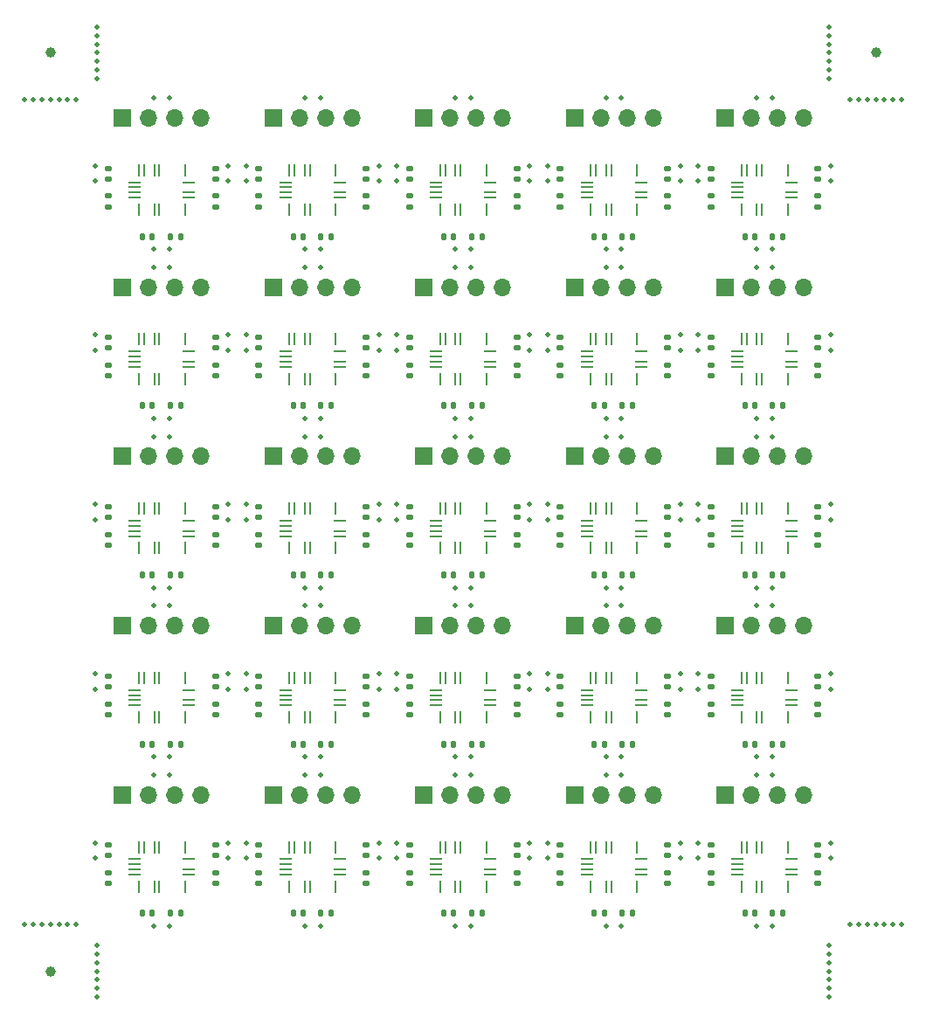
<source format=gbr>
%TF.GenerationSoftware,KiCad,Pcbnew,7.0.6-1.fc38*%
%TF.CreationDate,2023-07-31T16:19:08-04:00*%
%TF.ProjectId,bno085-i2c-board-v4-square-panel,626e6f30-3835-42d6-9932-632d626f6172,rev?*%
%TF.SameCoordinates,Original*%
%TF.FileFunction,Soldermask,Top*%
%TF.FilePolarity,Negative*%
%FSLAX46Y46*%
G04 Gerber Fmt 4.6, Leading zero omitted, Abs format (unit mm)*
G04 Created by KiCad (PCBNEW 7.0.6-1.fc38) date 2023-07-31 16:19:08*
%MOMM*%
%LPD*%
G01*
G04 APERTURE LIST*
G04 Aperture macros list*
%AMRoundRect*
0 Rectangle with rounded corners*
0 $1 Rounding radius*
0 $2 $3 $4 $5 $6 $7 $8 $9 X,Y pos of 4 corners*
0 Add a 4 corners polygon primitive as box body*
4,1,4,$2,$3,$4,$5,$6,$7,$8,$9,$2,$3,0*
0 Add four circle primitives for the rounded corners*
1,1,$1+$1,$2,$3*
1,1,$1+$1,$4,$5*
1,1,$1+$1,$6,$7*
1,1,$1+$1,$8,$9*
0 Add four rect primitives between the rounded corners*
20,1,$1+$1,$2,$3,$4,$5,0*
20,1,$1+$1,$4,$5,$6,$7,0*
20,1,$1+$1,$6,$7,$8,$9,0*
20,1,$1+$1,$8,$9,$2,$3,0*%
G04 Aperture macros list end*
%ADD10C,0.500000*%
%ADD11RoundRect,0.135000X0.185000X-0.135000X0.185000X0.135000X-0.185000X0.135000X-0.185000X-0.135000X0*%
%ADD12C,1.000000*%
%ADD13R,1.700000X1.700000*%
%ADD14O,1.700000X1.700000*%
%ADD15RoundRect,0.135000X-0.185000X0.135000X-0.185000X-0.135000X0.185000X-0.135000X0.185000X0.135000X0*%
%ADD16RoundRect,0.135000X-0.135000X-0.185000X0.135000X-0.185000X0.135000X0.185000X-0.135000X0.185000X0*%
%ADD17R,0.254000X1.175000*%
%ADD18R,1.150000X0.254000*%
%ADD19RoundRect,0.140000X0.140000X0.170000X-0.140000X0.170000X-0.140000X-0.170000X0.140000X-0.170000X0*%
G04 APERTURE END LIST*
D10*
%TO.C,REF\u002A\u002A*%
X56350000Y-6875000D03*
%TD*%
D11*
%TO.C,R5*%
X66500000Y-47510000D03*
X66500000Y-46490000D03*
%TD*%
D10*
%TO.C,REF\u002A\u002A*%
X41750000Y-39675000D03*
%TD*%
D12*
%TO.C,REF\u002A\u002A*%
X2500000Y-2500000D03*
%TD*%
D10*
%TO.C,REF\u002A\u002A*%
X63525000Y-13450000D03*
%TD*%
D11*
%TO.C,R3*%
X51900000Y-66610000D03*
X51900000Y-65590000D03*
%TD*%
D13*
%TO.C,J5*%
X9500000Y-74400000D03*
D14*
X12040000Y-74400000D03*
X14580000Y-74400000D03*
X17120000Y-74400000D03*
%TD*%
D15*
%TO.C,R2*%
X62300000Y-16390000D03*
X62300000Y-17410000D03*
%TD*%
D10*
%TO.C,REF\u002A\u002A*%
X21475284Y-79050005D03*
%TD*%
D16*
%TO.C,R1*%
X43290000Y-20300000D03*
X44310000Y-20300000D03*
%TD*%
D13*
%TO.C,J5*%
X24100000Y-8800000D03*
D14*
X26640000Y-8800000D03*
X29180000Y-8800000D03*
X31720000Y-8800000D03*
%TD*%
D10*
%TO.C,REF\u002A\u002A*%
X27150000Y-39675000D03*
%TD*%
D15*
%TO.C,R2*%
X18500000Y-49190000D03*
X18500000Y-50210000D03*
%TD*%
%TO.C,R2*%
X47700000Y-81990000D03*
X47700000Y-83010000D03*
%TD*%
D16*
%TO.C,R1*%
X14090000Y-69500000D03*
X15110000Y-69500000D03*
%TD*%
D10*
%TO.C,REF\u002A\u002A*%
X41750000Y-87125000D03*
%TD*%
D17*
%TO.C,U1*%
X11062500Y-30275000D03*
D18*
X10687500Y-31437500D03*
X10687500Y-31937500D03*
X10687500Y-32437500D03*
X10687500Y-32937500D03*
D17*
X11062500Y-34100000D03*
X12562500Y-34100000D03*
X13062500Y-34100000D03*
X15562500Y-34100000D03*
D18*
X15937500Y-32937500D03*
X15937500Y-32437500D03*
X15937500Y-31437500D03*
D17*
X15562500Y-30275000D03*
X13062500Y-30275000D03*
X12562500Y-30275000D03*
X11562500Y-30275000D03*
%TD*%
D11*
%TO.C,R5*%
X8100000Y-80310000D03*
X8100000Y-79290000D03*
%TD*%
%TO.C,R4*%
X47700000Y-47510000D03*
X47700000Y-46490000D03*
%TD*%
D15*
%TO.C,R2*%
X47700000Y-32790000D03*
X47700000Y-33810000D03*
%TD*%
D10*
%TO.C,REF\u002A\u002A*%
X27150000Y-23275000D03*
%TD*%
%TO.C,REF\u002A\u002A*%
X6875285Y-46250005D03*
%TD*%
D11*
%TO.C,R3*%
X8100000Y-50210000D03*
X8100000Y-49190000D03*
%TD*%
D10*
%TO.C,REF\u002A\u002A*%
X78000000Y-3333334D03*
%TD*%
D11*
%TO.C,R4*%
X18500000Y-63910000D03*
X18500000Y-62890000D03*
%TD*%
%TO.C,R3*%
X66500000Y-17410000D03*
X66500000Y-16390000D03*
%TD*%
D10*
%TO.C,REF\u002A\u002A*%
X80000000Y-7000000D03*
%TD*%
D13*
%TO.C,J5*%
X67900000Y-74400000D03*
D14*
X70440000Y-74400000D03*
X72980000Y-74400000D03*
X75520000Y-74400000D03*
%TD*%
D17*
%TO.C,U1*%
X11062500Y-79475000D03*
D18*
X10687500Y-80637500D03*
X10687500Y-81137500D03*
X10687500Y-81637500D03*
X10687500Y-82137500D03*
D17*
X11062500Y-83300000D03*
X12562500Y-83300000D03*
X13062500Y-83300000D03*
X15562500Y-83300000D03*
D18*
X15937500Y-82137500D03*
X15937500Y-81637500D03*
X15937500Y-80637500D03*
D17*
X15562500Y-79475000D03*
X13062500Y-79475000D03*
X12562500Y-79475000D03*
X11562500Y-79475000D03*
%TD*%
D10*
%TO.C,REF\u002A\u002A*%
X27150000Y-54325000D03*
%TD*%
%TO.C,REF\u002A\u002A*%
X43250000Y-87125000D03*
%TD*%
%TO.C,REF\u002A\u002A*%
X6875357Y-80550005D03*
%TD*%
%TO.C,REF\u002A\u002A*%
X28650000Y-56075000D03*
%TD*%
D17*
%TO.C,U1*%
X40262500Y-79475000D03*
D18*
X39887500Y-80637500D03*
X39887500Y-81137500D03*
X39887500Y-81637500D03*
X39887500Y-82137500D03*
D17*
X40262500Y-83300000D03*
X41762500Y-83300000D03*
X42262500Y-83300000D03*
X44762500Y-83300000D03*
D18*
X45137500Y-82137500D03*
X45137500Y-81637500D03*
X45137500Y-80637500D03*
D17*
X44762500Y-79475000D03*
X42262500Y-79475000D03*
X41762500Y-79475000D03*
X40762500Y-79475000D03*
%TD*%
%TO.C,U1*%
X54862500Y-30275000D03*
D18*
X54487500Y-31437500D03*
X54487500Y-31937500D03*
X54487500Y-32437500D03*
X54487500Y-32937500D03*
D17*
X54862500Y-34100000D03*
X56362500Y-34100000D03*
X56862500Y-34100000D03*
X59362500Y-34100000D03*
D18*
X59737500Y-32937500D03*
X59737500Y-32437500D03*
X59737500Y-31437500D03*
D17*
X59362500Y-30275000D03*
X56862500Y-30275000D03*
X56362500Y-30275000D03*
X55362500Y-30275000D03*
%TD*%
D10*
%TO.C,REF\u002A\u002A*%
X80000000Y-87000000D03*
%TD*%
%TO.C,REF\u002A\u002A*%
X78125000Y-64150000D03*
%TD*%
%TO.C,REF\u002A\u002A*%
X50675356Y-80550005D03*
%TD*%
D11*
%TO.C,R4*%
X62300000Y-31110000D03*
X62300000Y-30090000D03*
%TD*%
D10*
%TO.C,REF\u002A\u002A*%
X14050000Y-6875000D03*
%TD*%
%TO.C,REF\u002A\u002A*%
X0Y-87000000D03*
%TD*%
%TO.C,REF\u002A\u002A*%
X72450000Y-56075000D03*
%TD*%
D11*
%TO.C,R5*%
X66500000Y-14710000D03*
X66500000Y-13690000D03*
%TD*%
D10*
%TO.C,REF\u002A\u002A*%
X14050000Y-72475000D03*
%TD*%
%TO.C,REF\u002A\u002A*%
X12550000Y-6875000D03*
%TD*%
D11*
%TO.C,R4*%
X62300000Y-63910000D03*
X62300000Y-62890000D03*
%TD*%
D10*
%TO.C,REF\u002A\u002A*%
X27150000Y-56075000D03*
%TD*%
%TO.C,REF\u002A\u002A*%
X27150000Y-72475000D03*
%TD*%
D11*
%TO.C,R5*%
X37300000Y-80310000D03*
X37300000Y-79290000D03*
%TD*%
D10*
%TO.C,REF\u002A\u002A*%
X70950000Y-87125000D03*
%TD*%
D11*
%TO.C,R4*%
X18500000Y-31110000D03*
X18500000Y-30090000D03*
%TD*%
D10*
%TO.C,REF\u002A\u002A*%
X43250000Y-56075000D03*
%TD*%
%TO.C,REF\u002A\u002A*%
X80833333Y-7000000D03*
%TD*%
%TO.C,REF\u002A\u002A*%
X63525000Y-29850000D03*
%TD*%
D19*
%TO.C,C1*%
X41580000Y-85900000D03*
X40620000Y-85900000D03*
%TD*%
D11*
%TO.C,R4*%
X76900000Y-31110000D03*
X76900000Y-30090000D03*
%TD*%
D10*
%TO.C,REF\u002A\u002A*%
X28650000Y-39675000D03*
%TD*%
D13*
%TO.C,J5*%
X53300000Y-8800000D03*
D14*
X55840000Y-8800000D03*
X58380000Y-8800000D03*
X60920000Y-8800000D03*
%TD*%
D10*
%TO.C,REF\u002A\u002A*%
X43250000Y-39675000D03*
%TD*%
%TO.C,REF\u002A\u002A*%
X80833333Y-87000000D03*
%TD*%
%TO.C,REF\u002A\u002A*%
X78000000Y-89000000D03*
%TD*%
%TO.C,REF\u002A\u002A*%
X36075356Y-14950005D03*
%TD*%
%TO.C,REF\u002A\u002A*%
X70950000Y-56075000D03*
%TD*%
%TO.C,REF\u002A\u002A*%
X50675284Y-79050005D03*
%TD*%
D11*
%TO.C,R4*%
X47700000Y-80310000D03*
X47700000Y-79290000D03*
%TD*%
D17*
%TO.C,U1*%
X69462500Y-13875000D03*
D18*
X69087500Y-15037500D03*
X69087500Y-15537500D03*
X69087500Y-16037500D03*
X69087500Y-16537500D03*
D17*
X69462500Y-17700000D03*
X70962500Y-17700000D03*
X71462500Y-17700000D03*
X73962500Y-17700000D03*
D18*
X74337500Y-16537500D03*
X74337500Y-16037500D03*
X74337500Y-15037500D03*
D17*
X73962500Y-13875000D03*
X71462500Y-13875000D03*
X70962500Y-13875000D03*
X69962500Y-13875000D03*
%TD*%
D11*
%TO.C,R4*%
X47700000Y-31110000D03*
X47700000Y-30090000D03*
%TD*%
D10*
%TO.C,REF\u002A\u002A*%
X57850000Y-70725000D03*
%TD*%
%TO.C,REF\u002A\u002A*%
X57850000Y-39675000D03*
%TD*%
D15*
%TO.C,R2*%
X76900000Y-81990000D03*
X76900000Y-83010000D03*
%TD*%
D11*
%TO.C,R5*%
X66500000Y-80310000D03*
X66500000Y-79290000D03*
%TD*%
D19*
%TO.C,C1*%
X70780000Y-20300000D03*
X69820000Y-20300000D03*
%TD*%
D10*
%TO.C,REF\u002A\u002A*%
X72450000Y-6875000D03*
%TD*%
D16*
%TO.C,R1*%
X28690000Y-85900000D03*
X29710000Y-85900000D03*
%TD*%
%TO.C,R1*%
X72490000Y-36700000D03*
X73510000Y-36700000D03*
%TD*%
D10*
%TO.C,REF\u002A\u002A*%
X3333334Y-87000000D03*
%TD*%
D16*
%TO.C,R1*%
X72490000Y-69500000D03*
X73510000Y-69500000D03*
%TD*%
D17*
%TO.C,U1*%
X25662500Y-30275000D03*
D18*
X25287500Y-31437500D03*
X25287500Y-31937500D03*
X25287500Y-32437500D03*
X25287500Y-32937500D03*
D17*
X25662500Y-34100000D03*
X27162500Y-34100000D03*
X27662500Y-34100000D03*
X30162500Y-34100000D03*
D18*
X30537500Y-32937500D03*
X30537500Y-32437500D03*
X30537500Y-31437500D03*
D17*
X30162500Y-30275000D03*
X27662500Y-30275000D03*
X27162500Y-30275000D03*
X26162500Y-30275000D03*
%TD*%
D11*
%TO.C,R5*%
X37300000Y-31110000D03*
X37300000Y-30090000D03*
%TD*%
D10*
%TO.C,REF\u002A\u002A*%
X50675284Y-13450006D03*
%TD*%
D13*
%TO.C,J5*%
X53300000Y-25200000D03*
D14*
X55840000Y-25200000D03*
X58380000Y-25200000D03*
X60920000Y-25200000D03*
%TD*%
D10*
%TO.C,REF\u002A\u002A*%
X12550000Y-37925000D03*
%TD*%
%TO.C,REF\u002A\u002A*%
X43250000Y-23275000D03*
%TD*%
%TO.C,REF\u002A\u002A*%
X65275284Y-46250005D03*
%TD*%
D11*
%TO.C,R4*%
X76900000Y-63910000D03*
X76900000Y-62890000D03*
%TD*%
%TO.C,R3*%
X51900000Y-17410000D03*
X51900000Y-16390000D03*
%TD*%
D10*
%TO.C,REF\u002A\u002A*%
X83333333Y-7000000D03*
%TD*%
D16*
%TO.C,R1*%
X28690000Y-69500000D03*
X29710000Y-69500000D03*
%TD*%
D10*
%TO.C,REF\u002A\u002A*%
X4166667Y-87000000D03*
%TD*%
D15*
%TO.C,R2*%
X33100000Y-16390000D03*
X33100000Y-17410000D03*
%TD*%
D17*
%TO.C,U1*%
X40262500Y-13875000D03*
D18*
X39887500Y-15037500D03*
X39887500Y-15537500D03*
X39887500Y-16037500D03*
X39887500Y-16537500D03*
D17*
X40262500Y-17700000D03*
X41762500Y-17700000D03*
X42262500Y-17700000D03*
X44762500Y-17700000D03*
D18*
X45137500Y-16537500D03*
X45137500Y-16037500D03*
X45137500Y-15037500D03*
D17*
X44762500Y-13875000D03*
X42262500Y-13875000D03*
X41762500Y-13875000D03*
X40762500Y-13875000D03*
%TD*%
D10*
%TO.C,REF\u002A\u002A*%
X48925000Y-64150000D03*
%TD*%
D13*
%TO.C,J5*%
X38700000Y-58000000D03*
D14*
X41240000Y-58000000D03*
X43780000Y-58000000D03*
X46320000Y-58000000D03*
%TD*%
D11*
%TO.C,R3*%
X37300000Y-66610000D03*
X37300000Y-65590000D03*
%TD*%
D12*
%TO.C,REF\u002A\u002A*%
X2500000Y-91500000D03*
%TD*%
D11*
%TO.C,R5*%
X37300000Y-14710000D03*
X37300000Y-13690000D03*
%TD*%
D10*
%TO.C,REF\u002A\u002A*%
X57850000Y-72475000D03*
%TD*%
%TO.C,REF\u002A\u002A*%
X72450000Y-72475000D03*
%TD*%
%TO.C,REF\u002A\u002A*%
X21475356Y-80550005D03*
%TD*%
D11*
%TO.C,R3*%
X22700000Y-50210000D03*
X22700000Y-49190000D03*
%TD*%
D13*
%TO.C,J5*%
X67900000Y-25200000D03*
D14*
X70440000Y-25200000D03*
X72980000Y-25200000D03*
X75520000Y-25200000D03*
%TD*%
D19*
%TO.C,C1*%
X26980000Y-69500000D03*
X26020000Y-69500000D03*
%TD*%
D10*
%TO.C,REF\u002A\u002A*%
X27150000Y-6875000D03*
%TD*%
D11*
%TO.C,R4*%
X33100000Y-31110000D03*
X33100000Y-30090000D03*
%TD*%
D10*
%TO.C,REF\u002A\u002A*%
X4166667Y-7000000D03*
%TD*%
%TO.C,REF\u002A\u002A*%
X14050000Y-37925000D03*
%TD*%
%TO.C,REF\u002A\u002A*%
X78000000Y-92333333D03*
%TD*%
%TO.C,REF\u002A\u002A*%
X50675356Y-14950005D03*
%TD*%
%TO.C,REF\u002A\u002A*%
X50675356Y-47750005D03*
%TD*%
D11*
%TO.C,R4*%
X18500000Y-80310000D03*
X18500000Y-79290000D03*
%TD*%
D10*
%TO.C,REF\u002A\u002A*%
X56350000Y-21525000D03*
%TD*%
D13*
%TO.C,J5*%
X53300000Y-58000000D03*
D14*
X55840000Y-58000000D03*
X58380000Y-58000000D03*
X60920000Y-58000000D03*
%TD*%
D15*
%TO.C,R2*%
X76900000Y-49190000D03*
X76900000Y-50210000D03*
%TD*%
D10*
%TO.C,REF\u002A\u002A*%
X82500000Y-7000000D03*
%TD*%
D11*
%TO.C,R5*%
X22700000Y-80310000D03*
X22700000Y-79290000D03*
%TD*%
D10*
%TO.C,REF\u002A\u002A*%
X12550000Y-70725000D03*
%TD*%
%TO.C,REF\u002A\u002A*%
X7000000Y-5000000D03*
%TD*%
%TO.C,REF\u002A\u002A*%
X27150000Y-70725000D03*
%TD*%
%TO.C,REF\u002A\u002A*%
X833334Y-7000000D03*
%TD*%
%TO.C,REF\u002A\u002A*%
X43250000Y-70725000D03*
%TD*%
%TO.C,REF\u002A\u002A*%
X12550000Y-21525000D03*
%TD*%
D16*
%TO.C,R1*%
X28690000Y-53100000D03*
X29710000Y-53100000D03*
%TD*%
D19*
%TO.C,C1*%
X26980000Y-53100000D03*
X26020000Y-53100000D03*
%TD*%
D10*
%TO.C,REF\u002A\u002A*%
X72450000Y-21525000D03*
%TD*%
%TO.C,REF\u002A\u002A*%
X56350000Y-72475000D03*
%TD*%
D13*
%TO.C,J5*%
X24100000Y-74400000D03*
D14*
X26640000Y-74400000D03*
X29180000Y-74400000D03*
X31720000Y-74400000D03*
%TD*%
D15*
%TO.C,R2*%
X47700000Y-65590000D03*
X47700000Y-66610000D03*
%TD*%
D10*
%TO.C,REF\u002A\u002A*%
X57850000Y-54325000D03*
%TD*%
D11*
%TO.C,R3*%
X51900000Y-33810000D03*
X51900000Y-32790000D03*
%TD*%
%TO.C,R5*%
X37300000Y-63910000D03*
X37300000Y-62890000D03*
%TD*%
D15*
%TO.C,R2*%
X18500000Y-65590000D03*
X18500000Y-66610000D03*
%TD*%
D16*
%TO.C,R1*%
X43290000Y-36700000D03*
X44310000Y-36700000D03*
%TD*%
D10*
%TO.C,REF\u002A\u002A*%
X28650000Y-21525000D03*
%TD*%
%TO.C,REF\u002A\u002A*%
X57850000Y-56075000D03*
%TD*%
%TO.C,REF\u002A\u002A*%
X14050000Y-39675000D03*
%TD*%
%TO.C,REF\u002A\u002A*%
X19725000Y-29850000D03*
%TD*%
%TO.C,REF\u002A\u002A*%
X7000000Y-4166667D03*
%TD*%
D15*
%TO.C,R2*%
X62300000Y-49190000D03*
X62300000Y-50210000D03*
%TD*%
D11*
%TO.C,R3*%
X22700000Y-83010000D03*
X22700000Y-81990000D03*
%TD*%
D10*
%TO.C,REF\u002A\u002A*%
X12550000Y-23275000D03*
%TD*%
D17*
%TO.C,U1*%
X69462500Y-30275000D03*
D18*
X69087500Y-31437500D03*
X69087500Y-31937500D03*
X69087500Y-32437500D03*
X69087500Y-32937500D03*
D17*
X69462500Y-34100000D03*
X70962500Y-34100000D03*
X71462500Y-34100000D03*
X73962500Y-34100000D03*
D18*
X74337500Y-32937500D03*
X74337500Y-32437500D03*
X74337500Y-31437500D03*
D17*
X73962500Y-30275000D03*
X71462500Y-30275000D03*
X70962500Y-30275000D03*
X69962500Y-30275000D03*
%TD*%
D10*
%TO.C,REF\u002A\u002A*%
X48925000Y-31350000D03*
%TD*%
D11*
%TO.C,R5*%
X8100000Y-47510000D03*
X8100000Y-46490000D03*
%TD*%
D10*
%TO.C,REF\u002A\u002A*%
X28650000Y-54325000D03*
%TD*%
%TO.C,REF\u002A\u002A*%
X27150000Y-87125000D03*
%TD*%
%TO.C,REF\u002A\u002A*%
X28650000Y-37925000D03*
%TD*%
%TO.C,REF\u002A\u002A*%
X56350000Y-56075000D03*
%TD*%
D17*
%TO.C,U1*%
X25662500Y-79475000D03*
D18*
X25287500Y-80637500D03*
X25287500Y-81137500D03*
X25287500Y-81637500D03*
X25287500Y-82137500D03*
D17*
X25662500Y-83300000D03*
X27162500Y-83300000D03*
X27662500Y-83300000D03*
X30162500Y-83300000D03*
D18*
X30537500Y-82137500D03*
X30537500Y-81637500D03*
X30537500Y-80637500D03*
D17*
X30162500Y-79475000D03*
X27662500Y-79475000D03*
X27162500Y-79475000D03*
X26162500Y-79475000D03*
%TD*%
%TO.C,U1*%
X11062500Y-63075000D03*
D18*
X10687500Y-64237500D03*
X10687500Y-64737500D03*
X10687500Y-65237500D03*
X10687500Y-65737500D03*
D17*
X11062500Y-66900000D03*
X12562500Y-66900000D03*
X13062500Y-66900000D03*
X15562500Y-66900000D03*
D18*
X15937500Y-65737500D03*
X15937500Y-65237500D03*
X15937500Y-64237500D03*
D17*
X15562500Y-63075000D03*
X13062500Y-63075000D03*
X12562500Y-63075000D03*
X11562500Y-63075000D03*
%TD*%
D15*
%TO.C,R2*%
X33100000Y-65590000D03*
X33100000Y-66610000D03*
%TD*%
D10*
%TO.C,REF\u002A\u002A*%
X7000000Y-89833333D03*
%TD*%
D15*
%TO.C,R2*%
X76900000Y-16390000D03*
X76900000Y-17410000D03*
%TD*%
D10*
%TO.C,REF\u002A\u002A*%
X7000000Y-90666666D03*
%TD*%
%TO.C,REF\u002A\u002A*%
X14050000Y-56075000D03*
%TD*%
D11*
%TO.C,R3*%
X66500000Y-66610000D03*
X66500000Y-65590000D03*
%TD*%
%TO.C,R5*%
X51900000Y-14710000D03*
X51900000Y-13690000D03*
%TD*%
D10*
%TO.C,REF\u002A\u002A*%
X43250000Y-37925000D03*
%TD*%
D11*
%TO.C,R3*%
X66500000Y-50210000D03*
X66500000Y-49190000D03*
%TD*%
D10*
%TO.C,REF\u002A\u002A*%
X78000000Y-5000000D03*
%TD*%
%TO.C,REF\u002A\u002A*%
X56350000Y-37925000D03*
%TD*%
%TO.C,REF\u002A\u002A*%
X21475284Y-62650005D03*
%TD*%
%TO.C,REF\u002A\u002A*%
X21475356Y-64150005D03*
%TD*%
D11*
%TO.C,R5*%
X51900000Y-63910000D03*
X51900000Y-62890000D03*
%TD*%
D10*
%TO.C,REF\u002A\u002A*%
X57850000Y-6875000D03*
%TD*%
D19*
%TO.C,C1*%
X12380000Y-20300000D03*
X11420000Y-20300000D03*
%TD*%
D10*
%TO.C,REF\u002A\u002A*%
X78125000Y-14950000D03*
%TD*%
%TO.C,REF\u002A\u002A*%
X48925000Y-14950000D03*
%TD*%
D15*
%TO.C,R2*%
X33100000Y-81990000D03*
X33100000Y-83010000D03*
%TD*%
D16*
%TO.C,R1*%
X28690000Y-20300000D03*
X29710000Y-20300000D03*
%TD*%
D10*
%TO.C,REF\u002A\u002A*%
X78000000Y-4166667D03*
%TD*%
%TO.C,REF\u002A\u002A*%
X21475284Y-29850005D03*
%TD*%
%TO.C,REF\u002A\u002A*%
X7000000Y-89000000D03*
%TD*%
%TO.C,REF\u002A\u002A*%
X78000000Y-89833333D03*
%TD*%
%TO.C,REF\u002A\u002A*%
X12550000Y-56075000D03*
%TD*%
%TO.C,REF\u002A\u002A*%
X48925000Y-80550000D03*
%TD*%
%TO.C,REF\u002A\u002A*%
X27150000Y-21525000D03*
%TD*%
%TO.C,REF\u002A\u002A*%
X57850000Y-37925000D03*
%TD*%
%TO.C,REF\u002A\u002A*%
X28650000Y-87125000D03*
%TD*%
%TO.C,REF\u002A\u002A*%
X65275356Y-31350005D03*
%TD*%
%TO.C,REF\u002A\u002A*%
X70950000Y-70725000D03*
%TD*%
D17*
%TO.C,U1*%
X54862500Y-13875000D03*
D18*
X54487500Y-15037500D03*
X54487500Y-15537500D03*
X54487500Y-16037500D03*
X54487500Y-16537500D03*
D17*
X54862500Y-17700000D03*
X56362500Y-17700000D03*
X56862500Y-17700000D03*
X59362500Y-17700000D03*
D18*
X59737500Y-16537500D03*
X59737500Y-16037500D03*
X59737500Y-15037500D03*
D17*
X59362500Y-13875000D03*
X56862500Y-13875000D03*
X56362500Y-13875000D03*
X55362500Y-13875000D03*
%TD*%
D13*
%TO.C,J5*%
X67900000Y-8800000D03*
D14*
X70440000Y-8800000D03*
X72980000Y-8800000D03*
X75520000Y-8800000D03*
%TD*%
D10*
%TO.C,REF\u002A\u002A*%
X41750000Y-37925000D03*
%TD*%
D11*
%TO.C,R5*%
X22700000Y-31110000D03*
X22700000Y-30090000D03*
%TD*%
D10*
%TO.C,REF\u002A\u002A*%
X34325000Y-47750000D03*
%TD*%
D11*
%TO.C,R3*%
X66500000Y-33810000D03*
X66500000Y-32790000D03*
%TD*%
D10*
%TO.C,REF\u002A\u002A*%
X48925000Y-62650000D03*
%TD*%
%TO.C,REF\u002A\u002A*%
X56350000Y-39675000D03*
%TD*%
D17*
%TO.C,U1*%
X11062500Y-46675000D03*
D18*
X10687500Y-47837500D03*
X10687500Y-48337500D03*
X10687500Y-48837500D03*
X10687500Y-49337500D03*
D17*
X11062500Y-50500000D03*
X12562500Y-50500000D03*
X13062500Y-50500000D03*
X15562500Y-50500000D03*
D18*
X15937500Y-49337500D03*
X15937500Y-48837500D03*
X15937500Y-47837500D03*
D17*
X15562500Y-46675000D03*
X13062500Y-46675000D03*
X12562500Y-46675000D03*
X11562500Y-46675000D03*
%TD*%
D10*
%TO.C,REF\u002A\u002A*%
X6875357Y-47750005D03*
%TD*%
%TO.C,REF\u002A\u002A*%
X43250000Y-72475000D03*
%TD*%
D15*
%TO.C,R2*%
X18500000Y-16390000D03*
X18500000Y-17410000D03*
%TD*%
D11*
%TO.C,R3*%
X51900000Y-50210000D03*
X51900000Y-49190000D03*
%TD*%
D10*
%TO.C,REF\u002A\u002A*%
X3333334Y-7000000D03*
%TD*%
%TO.C,REF\u002A\u002A*%
X50675356Y-64150005D03*
%TD*%
%TO.C,REF\u002A\u002A*%
X82500000Y-87000000D03*
%TD*%
%TO.C,REF\u002A\u002A*%
X41750000Y-23275000D03*
%TD*%
D11*
%TO.C,R4*%
X76900000Y-14710000D03*
X76900000Y-13690000D03*
%TD*%
D10*
%TO.C,REF\u002A\u002A*%
X65275284Y-29850005D03*
%TD*%
D11*
%TO.C,R5*%
X66500000Y-63910000D03*
X66500000Y-62890000D03*
%TD*%
%TO.C,R3*%
X37300000Y-17410000D03*
X37300000Y-16390000D03*
%TD*%
D10*
%TO.C,REF\u002A\u002A*%
X78000000Y-90666666D03*
%TD*%
D16*
%TO.C,R1*%
X72490000Y-20300000D03*
X73510000Y-20300000D03*
%TD*%
D17*
%TO.C,U1*%
X54862500Y-46675000D03*
D18*
X54487500Y-47837500D03*
X54487500Y-48337500D03*
X54487500Y-48837500D03*
X54487500Y-49337500D03*
D17*
X54862500Y-50500000D03*
X56362500Y-50500000D03*
X56862500Y-50500000D03*
X59362500Y-50500000D03*
D18*
X59737500Y-49337500D03*
X59737500Y-48837500D03*
X59737500Y-47837500D03*
D17*
X59362500Y-46675000D03*
X56862500Y-46675000D03*
X56362500Y-46675000D03*
X55362500Y-46675000D03*
%TD*%
D19*
%TO.C,C1*%
X70780000Y-85900000D03*
X69820000Y-85900000D03*
%TD*%
D10*
%TO.C,REF\u002A\u002A*%
X34325000Y-46250000D03*
%TD*%
%TO.C,REF\u002A\u002A*%
X34325000Y-14950000D03*
%TD*%
%TO.C,REF\u002A\u002A*%
X7000000Y-2500000D03*
%TD*%
%TO.C,REF\u002A\u002A*%
X21475356Y-31350005D03*
%TD*%
%TO.C,REF\u002A\u002A*%
X36075284Y-13450006D03*
%TD*%
%TO.C,REF\u002A\u002A*%
X70950000Y-23275000D03*
%TD*%
D19*
%TO.C,C1*%
X12380000Y-69500000D03*
X11420000Y-69500000D03*
%TD*%
D15*
%TO.C,R2*%
X62300000Y-65590000D03*
X62300000Y-66610000D03*
%TD*%
D13*
%TO.C,J5*%
X53300000Y-41600000D03*
D14*
X55840000Y-41600000D03*
X58380000Y-41600000D03*
X60920000Y-41600000D03*
%TD*%
D10*
%TO.C,REF\u002A\u002A*%
X70950000Y-54325000D03*
%TD*%
%TO.C,REF\u002A\u002A*%
X78000000Y-833334D03*
%TD*%
D11*
%TO.C,R3*%
X37300000Y-50210000D03*
X37300000Y-49190000D03*
%TD*%
D10*
%TO.C,REF\u002A\u002A*%
X7000000Y0D03*
%TD*%
%TO.C,REF\u002A\u002A*%
X6875357Y-14950005D03*
%TD*%
D19*
%TO.C,C1*%
X56180000Y-36700000D03*
X55220000Y-36700000D03*
%TD*%
D16*
%TO.C,R1*%
X14090000Y-53100000D03*
X15110000Y-53100000D03*
%TD*%
D17*
%TO.C,U1*%
X11062500Y-13875000D03*
D18*
X10687500Y-15037500D03*
X10687500Y-15537500D03*
X10687500Y-16037500D03*
X10687500Y-16537500D03*
D17*
X11062500Y-17700000D03*
X12562500Y-17700000D03*
X13062500Y-17700000D03*
X15562500Y-17700000D03*
D18*
X15937500Y-16537500D03*
X15937500Y-16037500D03*
X15937500Y-15037500D03*
D17*
X15562500Y-13875000D03*
X13062500Y-13875000D03*
X12562500Y-13875000D03*
X11562500Y-13875000D03*
%TD*%
D10*
%TO.C,REF\u002A\u002A*%
X43250000Y-6875000D03*
%TD*%
%TO.C,REF\u002A\u002A*%
X19725000Y-79050000D03*
%TD*%
%TO.C,REF\u002A\u002A*%
X1666667Y-7000000D03*
%TD*%
%TO.C,REF\u002A\u002A*%
X36075356Y-64150005D03*
%TD*%
D17*
%TO.C,U1*%
X54862500Y-79475000D03*
D18*
X54487500Y-80637500D03*
X54487500Y-81137500D03*
X54487500Y-81637500D03*
X54487500Y-82137500D03*
D17*
X54862500Y-83300000D03*
X56362500Y-83300000D03*
X56862500Y-83300000D03*
X59362500Y-83300000D03*
D18*
X59737500Y-82137500D03*
X59737500Y-81637500D03*
X59737500Y-80637500D03*
D17*
X59362500Y-79475000D03*
X56862500Y-79475000D03*
X56362500Y-79475000D03*
X55362500Y-79475000D03*
%TD*%
%TO.C,U1*%
X25662500Y-46675000D03*
D18*
X25287500Y-47837500D03*
X25287500Y-48337500D03*
X25287500Y-48837500D03*
X25287500Y-49337500D03*
D17*
X25662500Y-50500000D03*
X27162500Y-50500000D03*
X27662500Y-50500000D03*
X30162500Y-50500000D03*
D18*
X30537500Y-49337500D03*
X30537500Y-48837500D03*
X30537500Y-47837500D03*
D17*
X30162500Y-46675000D03*
X27662500Y-46675000D03*
X27162500Y-46675000D03*
X26162500Y-46675000D03*
%TD*%
D16*
%TO.C,R1*%
X57890000Y-85900000D03*
X58910000Y-85900000D03*
%TD*%
D10*
%TO.C,REF\u002A\u002A*%
X65275356Y-64150005D03*
%TD*%
D11*
%TO.C,R4*%
X33100000Y-63910000D03*
X33100000Y-62890000D03*
%TD*%
D15*
%TO.C,R2*%
X47700000Y-16390000D03*
X47700000Y-17410000D03*
%TD*%
D10*
%TO.C,REF\u002A\u002A*%
X14050000Y-87125000D03*
%TD*%
D11*
%TO.C,R5*%
X8100000Y-31110000D03*
X8100000Y-30090000D03*
%TD*%
%TO.C,R5*%
X51900000Y-47510000D03*
X51900000Y-46490000D03*
%TD*%
D10*
%TO.C,REF\u002A\u002A*%
X65275356Y-47750005D03*
%TD*%
%TO.C,REF\u002A\u002A*%
X63525000Y-64150000D03*
%TD*%
D15*
%TO.C,R2*%
X18500000Y-32790000D03*
X18500000Y-33810000D03*
%TD*%
D16*
%TO.C,R1*%
X14090000Y-20300000D03*
X15110000Y-20300000D03*
%TD*%
D13*
%TO.C,J5*%
X24100000Y-25200000D03*
D14*
X26640000Y-25200000D03*
X29180000Y-25200000D03*
X31720000Y-25200000D03*
%TD*%
D10*
%TO.C,REF\u002A\u002A*%
X84166666Y-7000000D03*
%TD*%
D16*
%TO.C,R1*%
X57890000Y-36700000D03*
X58910000Y-36700000D03*
%TD*%
D11*
%TO.C,R4*%
X62300000Y-14710000D03*
X62300000Y-13690000D03*
%TD*%
D10*
%TO.C,REF\u002A\u002A*%
X14050000Y-70725000D03*
%TD*%
%TO.C,REF\u002A\u002A*%
X12550000Y-72475000D03*
%TD*%
%TO.C,REF\u002A\u002A*%
X70950000Y-6875000D03*
%TD*%
%TO.C,REF\u002A\u002A*%
X57850000Y-21525000D03*
%TD*%
%TO.C,REF\u002A\u002A*%
X34325000Y-79050000D03*
%TD*%
%TO.C,REF\u002A\u002A*%
X48925000Y-13450000D03*
%TD*%
D11*
%TO.C,R3*%
X37300000Y-33810000D03*
X37300000Y-32790000D03*
%TD*%
D10*
%TO.C,REF\u002A\u002A*%
X5000000Y-7000000D03*
%TD*%
%TO.C,REF\u002A\u002A*%
X36075284Y-46250005D03*
%TD*%
D17*
%TO.C,U1*%
X25662500Y-13875000D03*
D18*
X25287500Y-15037500D03*
X25287500Y-15537500D03*
X25287500Y-16037500D03*
X25287500Y-16537500D03*
D17*
X25662500Y-17700000D03*
X27162500Y-17700000D03*
X27662500Y-17700000D03*
X30162500Y-17700000D03*
D18*
X30537500Y-16537500D03*
X30537500Y-16037500D03*
X30537500Y-15037500D03*
D17*
X30162500Y-13875000D03*
X27662500Y-13875000D03*
X27162500Y-13875000D03*
X26162500Y-13875000D03*
%TD*%
D16*
%TO.C,R1*%
X14090000Y-36700000D03*
X15110000Y-36700000D03*
%TD*%
D10*
%TO.C,REF\u002A\u002A*%
X56350000Y-87125000D03*
%TD*%
D11*
%TO.C,R3*%
X37300000Y-83010000D03*
X37300000Y-81990000D03*
%TD*%
D10*
%TO.C,REF\u002A\u002A*%
X63525000Y-14950000D03*
%TD*%
D15*
%TO.C,R2*%
X33100000Y-49190000D03*
X33100000Y-50210000D03*
%TD*%
D10*
%TO.C,REF\u002A\u002A*%
X50675284Y-29850005D03*
%TD*%
%TO.C,REF\u002A\u002A*%
X7000000Y-3333334D03*
%TD*%
%TO.C,REF\u002A\u002A*%
X78000000Y-2500000D03*
%TD*%
%TO.C,REF\u002A\u002A*%
X21475356Y-47750005D03*
%TD*%
D11*
%TO.C,R5*%
X37300000Y-47510000D03*
X37300000Y-46490000D03*
%TD*%
D10*
%TO.C,REF\u002A\u002A*%
X7000000Y-833334D03*
%TD*%
%TO.C,REF\u002A\u002A*%
X83333333Y-87000000D03*
%TD*%
%TO.C,REF\u002A\u002A*%
X50675284Y-62650005D03*
%TD*%
%TO.C,REF\u002A\u002A*%
X43250000Y-21525000D03*
%TD*%
%TO.C,REF\u002A\u002A*%
X36075356Y-31350005D03*
%TD*%
%TO.C,REF\u002A\u002A*%
X19725000Y-62650000D03*
%TD*%
%TO.C,REF\u002A\u002A*%
X65275284Y-13450006D03*
%TD*%
%TO.C,REF\u002A\u002A*%
X72450000Y-87125000D03*
%TD*%
%TO.C,REF\u002A\u002A*%
X56350000Y-54325000D03*
%TD*%
D13*
%TO.C,J5*%
X67900000Y-41600000D03*
D14*
X70440000Y-41600000D03*
X72980000Y-41600000D03*
X75520000Y-41600000D03*
%TD*%
D15*
%TO.C,R2*%
X62300000Y-32790000D03*
X62300000Y-33810000D03*
%TD*%
D10*
%TO.C,REF\u002A\u002A*%
X34325000Y-64150000D03*
%TD*%
%TO.C,REF\u002A\u002A*%
X57850000Y-87125000D03*
%TD*%
%TO.C,REF\u002A\u002A*%
X78000000Y-1666667D03*
%TD*%
D19*
%TO.C,C1*%
X56180000Y-85900000D03*
X55220000Y-85900000D03*
%TD*%
D10*
%TO.C,REF\u002A\u002A*%
X41750000Y-54325000D03*
%TD*%
D13*
%TO.C,J5*%
X9500000Y-58000000D03*
D14*
X12040000Y-58000000D03*
X14580000Y-58000000D03*
X17120000Y-58000000D03*
%TD*%
D11*
%TO.C,R3*%
X66500000Y-83010000D03*
X66500000Y-81990000D03*
%TD*%
D19*
%TO.C,C1*%
X41580000Y-69500000D03*
X40620000Y-69500000D03*
%TD*%
D13*
%TO.C,J5*%
X67900000Y-58000000D03*
D14*
X70440000Y-58000000D03*
X72980000Y-58000000D03*
X75520000Y-58000000D03*
%TD*%
D13*
%TO.C,J5*%
X38700000Y-8800000D03*
D14*
X41240000Y-8800000D03*
X43780000Y-8800000D03*
X46320000Y-8800000D03*
%TD*%
D11*
%TO.C,R4*%
X33100000Y-14710000D03*
X33100000Y-13690000D03*
%TD*%
D10*
%TO.C,REF\u002A\u002A*%
X41750000Y-72475000D03*
%TD*%
%TO.C,REF\u002A\u002A*%
X72450000Y-39675000D03*
%TD*%
D13*
%TO.C,J5*%
X24100000Y-41600000D03*
D14*
X26640000Y-41600000D03*
X29180000Y-41600000D03*
X31720000Y-41600000D03*
%TD*%
D10*
%TO.C,REF\u002A\u002A*%
X78125000Y-29850000D03*
%TD*%
%TO.C,REF\u002A\u002A*%
X34325000Y-31350000D03*
%TD*%
D19*
%TO.C,C1*%
X12380000Y-85900000D03*
X11420000Y-85900000D03*
%TD*%
D10*
%TO.C,REF\u002A\u002A*%
X12550000Y-54325000D03*
%TD*%
D11*
%TO.C,R4*%
X76900000Y-80310000D03*
X76900000Y-79290000D03*
%TD*%
D10*
%TO.C,REF\u002A\u002A*%
X7000000Y-1666667D03*
%TD*%
%TO.C,REF\u002A\u002A*%
X14050000Y-21525000D03*
%TD*%
%TO.C,REF\u002A\u002A*%
X28650000Y-72475000D03*
%TD*%
%TO.C,REF\u002A\u002A*%
X78000000Y0D03*
%TD*%
%TO.C,REF\u002A\u002A*%
X78125000Y-13450000D03*
%TD*%
%TO.C,REF\u002A\u002A*%
X78125000Y-79050000D03*
%TD*%
D15*
%TO.C,R2*%
X62300000Y-81990000D03*
X62300000Y-83010000D03*
%TD*%
D13*
%TO.C,J5*%
X38700000Y-41600000D03*
D14*
X41240000Y-41600000D03*
X43780000Y-41600000D03*
X46320000Y-41600000D03*
%TD*%
D10*
%TO.C,REF\u002A\u002A*%
X70950000Y-39675000D03*
%TD*%
%TO.C,REF\u002A\u002A*%
X19725000Y-31350000D03*
%TD*%
%TO.C,REF\u002A\u002A*%
X78000000Y-91500000D03*
%TD*%
%TO.C,REF\u002A\u002A*%
X57850000Y-23275000D03*
%TD*%
%TO.C,REF\u002A\u002A*%
X70950000Y-21525000D03*
%TD*%
D17*
%TO.C,U1*%
X54862500Y-63075000D03*
D18*
X54487500Y-64237500D03*
X54487500Y-64737500D03*
X54487500Y-65237500D03*
X54487500Y-65737500D03*
D17*
X54862500Y-66900000D03*
X56362500Y-66900000D03*
X56862500Y-66900000D03*
X59362500Y-66900000D03*
D18*
X59737500Y-65737500D03*
X59737500Y-65237500D03*
X59737500Y-64237500D03*
D17*
X59362500Y-63075000D03*
X56862500Y-63075000D03*
X56362500Y-63075000D03*
X55362500Y-63075000D03*
%TD*%
D11*
%TO.C,R5*%
X66500000Y-31110000D03*
X66500000Y-30090000D03*
%TD*%
D10*
%TO.C,REF\u002A\u002A*%
X41750000Y-21525000D03*
%TD*%
D19*
%TO.C,C1*%
X70780000Y-69500000D03*
X69820000Y-69500000D03*
%TD*%
D10*
%TO.C,REF\u002A\u002A*%
X2500000Y-7000000D03*
%TD*%
D11*
%TO.C,R4*%
X33100000Y-47510000D03*
X33100000Y-46490000D03*
%TD*%
%TO.C,R3*%
X51900000Y-83010000D03*
X51900000Y-81990000D03*
%TD*%
D10*
%TO.C,REF\u002A\u002A*%
X48925000Y-29850000D03*
%TD*%
D16*
%TO.C,R1*%
X43290000Y-85900000D03*
X44310000Y-85900000D03*
%TD*%
D11*
%TO.C,R3*%
X22700000Y-66610000D03*
X22700000Y-65590000D03*
%TD*%
D13*
%TO.C,J5*%
X9500000Y-8800000D03*
D14*
X12040000Y-8800000D03*
X14580000Y-8800000D03*
X17120000Y-8800000D03*
%TD*%
D13*
%TO.C,J5*%
X24100000Y-58000000D03*
D14*
X26640000Y-58000000D03*
X29180000Y-58000000D03*
X31720000Y-58000000D03*
%TD*%
D11*
%TO.C,R5*%
X8100000Y-63910000D03*
X8100000Y-62890000D03*
%TD*%
%TO.C,R3*%
X8100000Y-66610000D03*
X8100000Y-65590000D03*
%TD*%
D13*
%TO.C,J5*%
X38700000Y-74400000D03*
D14*
X41240000Y-74400000D03*
X43780000Y-74400000D03*
X46320000Y-74400000D03*
%TD*%
D19*
%TO.C,C1*%
X26980000Y-36700000D03*
X26020000Y-36700000D03*
%TD*%
D10*
%TO.C,REF\u002A\u002A*%
X85000000Y-87000000D03*
%TD*%
%TO.C,REF\u002A\u002A*%
X48925000Y-79050000D03*
%TD*%
%TO.C,REF\u002A\u002A*%
X41750000Y-56075000D03*
%TD*%
D17*
%TO.C,U1*%
X40262500Y-46675000D03*
D18*
X39887500Y-47837500D03*
X39887500Y-48337500D03*
X39887500Y-48837500D03*
X39887500Y-49337500D03*
D17*
X40262500Y-50500000D03*
X41762500Y-50500000D03*
X42262500Y-50500000D03*
X44762500Y-50500000D03*
D18*
X45137500Y-49337500D03*
X45137500Y-48837500D03*
X45137500Y-47837500D03*
D17*
X44762500Y-46675000D03*
X42262500Y-46675000D03*
X41762500Y-46675000D03*
X40762500Y-46675000D03*
%TD*%
%TO.C,U1*%
X25662500Y-63075000D03*
D18*
X25287500Y-64237500D03*
X25287500Y-64737500D03*
X25287500Y-65237500D03*
X25287500Y-65737500D03*
D17*
X25662500Y-66900000D03*
X27162500Y-66900000D03*
X27662500Y-66900000D03*
X30162500Y-66900000D03*
D18*
X30537500Y-65737500D03*
X30537500Y-65237500D03*
X30537500Y-64237500D03*
D17*
X30162500Y-63075000D03*
X27662500Y-63075000D03*
X27162500Y-63075000D03*
X26162500Y-63075000D03*
%TD*%
D10*
%TO.C,REF\u002A\u002A*%
X36075284Y-79050005D03*
%TD*%
D11*
%TO.C,R5*%
X51900000Y-31110000D03*
X51900000Y-30090000D03*
%TD*%
D10*
%TO.C,REF\u002A\u002A*%
X65275284Y-62650005D03*
%TD*%
%TO.C,REF\u002A\u002A*%
X85000000Y-7000000D03*
%TD*%
%TO.C,REF\u002A\u002A*%
X12550000Y-87125000D03*
%TD*%
%TO.C,REF\u002A\u002A*%
X7000000Y-92333333D03*
%TD*%
%TO.C,REF\u002A\u002A*%
X63525000Y-80550000D03*
%TD*%
%TO.C,REF\u002A\u002A*%
X19725000Y-47750000D03*
%TD*%
D19*
%TO.C,C1*%
X41580000Y-20300000D03*
X40620000Y-20300000D03*
%TD*%
D10*
%TO.C,REF\u002A\u002A*%
X63525000Y-46250000D03*
%TD*%
%TO.C,REF\u002A\u002A*%
X65275356Y-14950005D03*
%TD*%
D11*
%TO.C,R4*%
X47700000Y-14710000D03*
X47700000Y-13690000D03*
%TD*%
%TO.C,R3*%
X8100000Y-83010000D03*
X8100000Y-81990000D03*
%TD*%
D10*
%TO.C,REF\u002A\u002A*%
X19725000Y-14950000D03*
%TD*%
D16*
%TO.C,R1*%
X72490000Y-53100000D03*
X73510000Y-53100000D03*
%TD*%
D10*
%TO.C,REF\u002A\u002A*%
X34325000Y-80550000D03*
%TD*%
D11*
%TO.C,R5*%
X22700000Y-63910000D03*
X22700000Y-62890000D03*
%TD*%
%TO.C,R3*%
X8100000Y-17410000D03*
X8100000Y-16390000D03*
%TD*%
D15*
%TO.C,R2*%
X18500000Y-81990000D03*
X18500000Y-83010000D03*
%TD*%
D10*
%TO.C,REF\u002A\u002A*%
X19725000Y-13450000D03*
%TD*%
%TO.C,REF\u002A\u002A*%
X63525000Y-62650000D03*
%TD*%
%TO.C,REF\u002A\u002A*%
X81666666Y-87000000D03*
%TD*%
%TO.C,REF\u002A\u002A*%
X28650000Y-70725000D03*
%TD*%
D15*
%TO.C,R2*%
X76900000Y-32790000D03*
X76900000Y-33810000D03*
%TD*%
D11*
%TO.C,R4*%
X47700000Y-63910000D03*
X47700000Y-62890000D03*
%TD*%
D10*
%TO.C,REF\u002A\u002A*%
X50675356Y-31350005D03*
%TD*%
%TO.C,REF\u002A\u002A*%
X21475284Y-13450006D03*
%TD*%
D17*
%TO.C,U1*%
X40262500Y-30275000D03*
D18*
X39887500Y-31437500D03*
X39887500Y-31937500D03*
X39887500Y-32437500D03*
X39887500Y-32937500D03*
D17*
X40262500Y-34100000D03*
X41762500Y-34100000D03*
X42262500Y-34100000D03*
X44762500Y-34100000D03*
D18*
X45137500Y-32937500D03*
X45137500Y-32437500D03*
X45137500Y-31437500D03*
D17*
X44762500Y-30275000D03*
X42262500Y-30275000D03*
X41762500Y-30275000D03*
X40762500Y-30275000D03*
%TD*%
D16*
%TO.C,R1*%
X43290000Y-53100000D03*
X44310000Y-53100000D03*
%TD*%
D10*
%TO.C,REF\u002A\u002A*%
X63525000Y-79050000D03*
%TD*%
D16*
%TO.C,R1*%
X14090000Y-85900000D03*
X15110000Y-85900000D03*
%TD*%
D10*
%TO.C,REF\u002A\u002A*%
X72450000Y-70725000D03*
%TD*%
%TO.C,REF\u002A\u002A*%
X6875357Y-64150005D03*
%TD*%
D11*
%TO.C,R5*%
X8100000Y-14710000D03*
X8100000Y-13690000D03*
%TD*%
D10*
%TO.C,REF\u002A\u002A*%
X72450000Y-37925000D03*
%TD*%
%TO.C,REF\u002A\u002A*%
X28650000Y-6875000D03*
%TD*%
D19*
%TO.C,C1*%
X26980000Y-20300000D03*
X26020000Y-20300000D03*
%TD*%
D10*
%TO.C,REF\u002A\u002A*%
X36075356Y-47750005D03*
%TD*%
%TO.C,REF\u002A\u002A*%
X19725000Y-64150000D03*
%TD*%
%TO.C,REF\u002A\u002A*%
X6875357Y-31350005D03*
%TD*%
D13*
%TO.C,J5*%
X53300000Y-74400000D03*
D14*
X55840000Y-74400000D03*
X58380000Y-74400000D03*
X60920000Y-74400000D03*
%TD*%
D17*
%TO.C,U1*%
X69462500Y-79475000D03*
D18*
X69087500Y-80637500D03*
X69087500Y-81137500D03*
X69087500Y-81637500D03*
X69087500Y-82137500D03*
D17*
X69462500Y-83300000D03*
X70962500Y-83300000D03*
X71462500Y-83300000D03*
X73962500Y-83300000D03*
D18*
X74337500Y-82137500D03*
X74337500Y-81637500D03*
X74337500Y-80637500D03*
D17*
X73962500Y-79475000D03*
X71462500Y-79475000D03*
X70962500Y-79475000D03*
X69962500Y-79475000D03*
%TD*%
D10*
%TO.C,REF\u002A\u002A*%
X12550000Y-39675000D03*
%TD*%
D11*
%TO.C,R4*%
X18500000Y-14710000D03*
X18500000Y-13690000D03*
%TD*%
D10*
%TO.C,REF\u002A\u002A*%
X2500000Y-87000000D03*
%TD*%
%TO.C,REF\u002A\u002A*%
X833334Y-87000000D03*
%TD*%
%TO.C,REF\u002A\u002A*%
X7000000Y-94000000D03*
%TD*%
D19*
%TO.C,C1*%
X41580000Y-36700000D03*
X40620000Y-36700000D03*
%TD*%
D10*
%TO.C,REF\u002A\u002A*%
X78125000Y-46250000D03*
%TD*%
%TO.C,REF\u002A\u002A*%
X36075284Y-62650005D03*
%TD*%
D19*
%TO.C,C1*%
X70780000Y-36700000D03*
X69820000Y-36700000D03*
%TD*%
D10*
%TO.C,REF\u002A\u002A*%
X7000000Y-91500000D03*
%TD*%
%TO.C,REF\u002A\u002A*%
X48925000Y-46250000D03*
%TD*%
%TO.C,REF\u002A\u002A*%
X14050000Y-54325000D03*
%TD*%
D17*
%TO.C,U1*%
X69462500Y-46675000D03*
D18*
X69087500Y-47837500D03*
X69087500Y-48337500D03*
X69087500Y-48837500D03*
X69087500Y-49337500D03*
D17*
X69462500Y-50500000D03*
X70962500Y-50500000D03*
X71462500Y-50500000D03*
X73962500Y-50500000D03*
D18*
X74337500Y-49337500D03*
X74337500Y-48837500D03*
X74337500Y-47837500D03*
D17*
X73962500Y-46675000D03*
X71462500Y-46675000D03*
X70962500Y-46675000D03*
X69962500Y-46675000D03*
%TD*%
D11*
%TO.C,R4*%
X62300000Y-80310000D03*
X62300000Y-79290000D03*
%TD*%
D10*
%TO.C,REF\u002A\u002A*%
X34325000Y-62650000D03*
%TD*%
%TO.C,REF\u002A\u002A*%
X0Y-7000000D03*
%TD*%
D11*
%TO.C,R4*%
X62300000Y-47510000D03*
X62300000Y-46490000D03*
%TD*%
D19*
%TO.C,C1*%
X12380000Y-36700000D03*
X11420000Y-36700000D03*
%TD*%
%TO.C,C1*%
X12380000Y-53100000D03*
X11420000Y-53100000D03*
%TD*%
D11*
%TO.C,R5*%
X51900000Y-80310000D03*
X51900000Y-79290000D03*
%TD*%
D10*
%TO.C,REF\u002A\u002A*%
X65275356Y-80550005D03*
%TD*%
%TO.C,REF\u002A\u002A*%
X70950000Y-72475000D03*
%TD*%
%TO.C,REF\u002A\u002A*%
X41750000Y-6875000D03*
%TD*%
%TO.C,REF\u002A\u002A*%
X78125000Y-80550000D03*
%TD*%
D15*
%TO.C,R2*%
X33100000Y-32790000D03*
X33100000Y-33810000D03*
%TD*%
D19*
%TO.C,C1*%
X41580000Y-53100000D03*
X40620000Y-53100000D03*
%TD*%
D15*
%TO.C,R2*%
X47700000Y-49190000D03*
X47700000Y-50210000D03*
%TD*%
D10*
%TO.C,REF\u002A\u002A*%
X43250000Y-54325000D03*
%TD*%
D11*
%TO.C,R3*%
X8100000Y-33810000D03*
X8100000Y-32790000D03*
%TD*%
D17*
%TO.C,U1*%
X69462500Y-63075000D03*
D18*
X69087500Y-64237500D03*
X69087500Y-64737500D03*
X69087500Y-65237500D03*
X69087500Y-65737500D03*
D17*
X69462500Y-66900000D03*
X70962500Y-66900000D03*
X71462500Y-66900000D03*
X73962500Y-66900000D03*
D18*
X74337500Y-65737500D03*
X74337500Y-65237500D03*
X74337500Y-64237500D03*
D17*
X73962500Y-63075000D03*
X71462500Y-63075000D03*
X70962500Y-63075000D03*
X69962500Y-63075000D03*
%TD*%
D10*
%TO.C,REF\u002A\u002A*%
X78125000Y-62650000D03*
%TD*%
D11*
%TO.C,R5*%
X22700000Y-14710000D03*
X22700000Y-13690000D03*
%TD*%
D10*
%TO.C,REF\u002A\u002A*%
X6875285Y-13450006D03*
%TD*%
%TO.C,REF\u002A\u002A*%
X78125000Y-47750000D03*
%TD*%
D16*
%TO.C,R1*%
X72490000Y-85900000D03*
X73510000Y-85900000D03*
%TD*%
D15*
%TO.C,R2*%
X76900000Y-65590000D03*
X76900000Y-66610000D03*
%TD*%
D19*
%TO.C,C1*%
X56180000Y-69500000D03*
X55220000Y-69500000D03*
%TD*%
D10*
%TO.C,REF\u002A\u002A*%
X56350000Y-70725000D03*
%TD*%
D19*
%TO.C,C1*%
X56180000Y-53100000D03*
X55220000Y-53100000D03*
%TD*%
D10*
%TO.C,REF\u002A\u002A*%
X48925000Y-47750000D03*
%TD*%
%TO.C,REF\u002A\u002A*%
X50675284Y-46250005D03*
%TD*%
%TO.C,REF\u002A\u002A*%
X41750000Y-70725000D03*
%TD*%
%TO.C,REF\u002A\u002A*%
X84166666Y-87000000D03*
%TD*%
D11*
%TO.C,R4*%
X33100000Y-80310000D03*
X33100000Y-79290000D03*
%TD*%
D19*
%TO.C,C1*%
X56180000Y-20300000D03*
X55220000Y-20300000D03*
%TD*%
D13*
%TO.C,J5*%
X9500000Y-41600000D03*
D14*
X12040000Y-41600000D03*
X14580000Y-41600000D03*
X17120000Y-41600000D03*
%TD*%
D10*
%TO.C,REF\u002A\u002A*%
X28650000Y-23275000D03*
%TD*%
%TO.C,REF\u002A\u002A*%
X34325000Y-13450000D03*
%TD*%
D11*
%TO.C,R3*%
X22700000Y-33810000D03*
X22700000Y-32790000D03*
%TD*%
D10*
%TO.C,REF\u002A\u002A*%
X5000000Y-87000000D03*
%TD*%
%TO.C,REF\u002A\u002A*%
X14050000Y-23275000D03*
%TD*%
%TO.C,REF\u002A\u002A*%
X78125000Y-31350000D03*
%TD*%
%TO.C,REF\u002A\u002A*%
X6875285Y-62650005D03*
%TD*%
D11*
%TO.C,R4*%
X76900000Y-47510000D03*
X76900000Y-46490000D03*
%TD*%
D10*
%TO.C,REF\u002A\u002A*%
X6875285Y-29850005D03*
%TD*%
D16*
%TO.C,R1*%
X57890000Y-69500000D03*
X58910000Y-69500000D03*
%TD*%
D10*
%TO.C,REF\u002A\u002A*%
X78000000Y-93166666D03*
%TD*%
%TO.C,REF\u002A\u002A*%
X70950000Y-37925000D03*
%TD*%
%TO.C,REF\u002A\u002A*%
X34325000Y-29850000D03*
%TD*%
D16*
%TO.C,R1*%
X57890000Y-53100000D03*
X58910000Y-53100000D03*
%TD*%
D10*
%TO.C,REF\u002A\u002A*%
X27150000Y-37925000D03*
%TD*%
%TO.C,REF\u002A\u002A*%
X36075284Y-29850005D03*
%TD*%
%TO.C,REF\u002A\u002A*%
X7000000Y-93166666D03*
%TD*%
D11*
%TO.C,R3*%
X22700000Y-17410000D03*
X22700000Y-16390000D03*
%TD*%
D10*
%TO.C,REF\u002A\u002A*%
X78000000Y-94000000D03*
%TD*%
D12*
%TO.C,REF\u002A\u002A*%
X82500000Y-2500000D03*
%TD*%
D10*
%TO.C,REF\u002A\u002A*%
X21475284Y-46250005D03*
%TD*%
%TO.C,REF\u002A\u002A*%
X63525000Y-47750000D03*
%TD*%
%TO.C,REF\u002A\u002A*%
X19725000Y-80550000D03*
%TD*%
D13*
%TO.C,J5*%
X9500000Y-25200000D03*
D14*
X12040000Y-25200000D03*
X14580000Y-25200000D03*
X17120000Y-25200000D03*
%TD*%
D10*
%TO.C,REF\u002A\u002A*%
X19725000Y-46250000D03*
%TD*%
%TO.C,REF\u002A\u002A*%
X36075356Y-80550005D03*
%TD*%
%TO.C,REF\u002A\u002A*%
X1666667Y-87000000D03*
%TD*%
%TO.C,REF\u002A\u002A*%
X6875285Y-79050005D03*
%TD*%
%TO.C,REF\u002A\u002A*%
X72450000Y-23275000D03*
%TD*%
%TO.C,REF\u002A\u002A*%
X72450000Y-54325000D03*
%TD*%
%TO.C,REF\u002A\u002A*%
X21475356Y-14950005D03*
%TD*%
D16*
%TO.C,R1*%
X43290000Y-69500000D03*
X44310000Y-69500000D03*
%TD*%
D11*
%TO.C,R4*%
X18500000Y-47510000D03*
X18500000Y-46490000D03*
%TD*%
D10*
%TO.C,REF\u002A\u002A*%
X65275284Y-79050005D03*
%TD*%
%TO.C,REF\u002A\u002A*%
X81666666Y-7000000D03*
%TD*%
D19*
%TO.C,C1*%
X70780000Y-53100000D03*
X69820000Y-53100000D03*
%TD*%
%TO.C,C1*%
X26980000Y-85900000D03*
X26020000Y-85900000D03*
%TD*%
D16*
%TO.C,R1*%
X57890000Y-20300000D03*
X58910000Y-20300000D03*
%TD*%
%TO.C,R1*%
X28690000Y-36700000D03*
X29710000Y-36700000D03*
%TD*%
D10*
%TO.C,REF\u002A\u002A*%
X63525000Y-31350000D03*
%TD*%
D11*
%TO.C,R5*%
X22700000Y-47510000D03*
X22700000Y-46490000D03*
%TD*%
D13*
%TO.C,J5*%
X38700000Y-25200000D03*
D14*
X41240000Y-25200000D03*
X43780000Y-25200000D03*
X46320000Y-25200000D03*
%TD*%
D17*
%TO.C,U1*%
X40262500Y-63075000D03*
D18*
X39887500Y-64237500D03*
X39887500Y-64737500D03*
X39887500Y-65237500D03*
X39887500Y-65737500D03*
D17*
X40262500Y-66900000D03*
X41762500Y-66900000D03*
X42262500Y-66900000D03*
X44762500Y-66900000D03*
D18*
X45137500Y-65737500D03*
X45137500Y-65237500D03*
X45137500Y-64237500D03*
D17*
X44762500Y-63075000D03*
X42262500Y-63075000D03*
X41762500Y-63075000D03*
X40762500Y-63075000D03*
%TD*%
D10*
%TO.C,REF\u002A\u002A*%
X56350000Y-23275000D03*
%TD*%
M02*

</source>
